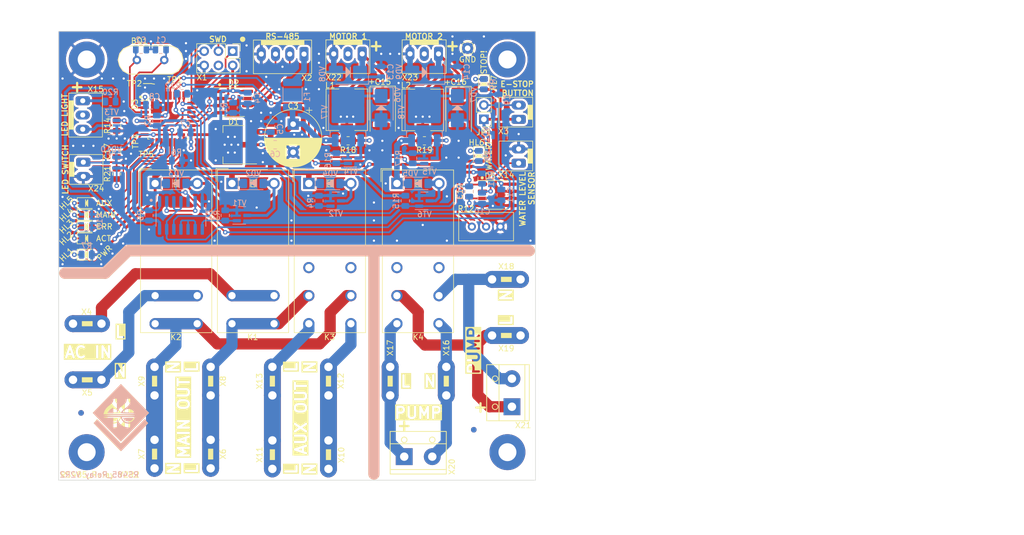
<source format=kicad_pcb>
(kicad_pcb
	(version 20240108)
	(generator "pcbnew")
	(generator_version "8.0")
	(general
		(thickness 1.6)
		(legacy_teardrops no)
	)
	(paper "A4")
	(title_block
		(title "RS485_Relay V2 module")
		(rev "2")
		(company "ООО \"Экросхим\"")
		(comment 1 "Anton Mukhin")
	)
	(layers
		(0 "F.Cu" signal)
		(31 "B.Cu" signal)
		(32 "B.Adhes" user "B.Adhesive")
		(33 "F.Adhes" user "F.Adhesive")
		(34 "B.Paste" user)
		(35 "F.Paste" user)
		(36 "B.SilkS" user "B.Silkscreen")
		(37 "F.SilkS" user "F.Silkscreen")
		(38 "B.Mask" user)
		(39 "F.Mask" user)
		(40 "Dwgs.User" user "User.Drawings")
		(41 "Cmts.User" user "User.Comments")
		(42 "Eco1.User" user "User.Eco1")
		(43 "Eco2.User" user "User.Eco2")
		(44 "Edge.Cuts" user)
		(45 "Margin" user)
		(46 "B.CrtYd" user "B.Courtyard")
		(47 "F.CrtYd" user "F.Courtyard")
		(48 "B.Fab" user)
		(49 "F.Fab" user)
		(50 "User.1" user)
		(51 "User.2" user)
		(52 "User.3" user)
		(53 "User.4" user)
		(54 "User.5" user)
		(55 "User.6" user)
		(56 "User.7" user)
		(57 "User.8" user)
		(58 "User.9" user)
	)
	(setup
		(pad_to_mask_clearance 0)
		(allow_soldermask_bridges_in_footprints no)
		(aux_axis_origin 40 110)
		(grid_origin 40 110)
		(pcbplotparams
			(layerselection 0x00010fc_ffffffff)
			(plot_on_all_layers_selection 0x0000000_00000000)
			(disableapertmacros no)
			(usegerberextensions no)
			(usegerberattributes no)
			(usegerberadvancedattributes no)
			(creategerberjobfile no)
			(dashed_line_dash_ratio 12.000000)
			(dashed_line_gap_ratio 3.000000)
			(svgprecision 4)
			(plotframeref no)
			(viasonmask no)
			(mode 1)
			(useauxorigin yes)
			(hpglpennumber 1)
			(hpglpenspeed 20)
			(hpglpendiameter 15.000000)
			(pdf_front_fp_property_popups yes)
			(pdf_back_fp_property_popups yes)
			(dxfpolygonmode yes)
			(dxfimperialunits yes)
			(dxfusepcbnewfont yes)
			(psnegative no)
			(psa4output no)
			(plotreference yes)
			(plotvalue no)
			(plotfptext yes)
			(plotinvisibletext no)
			(sketchpadsonfab no)
			(subtractmaskfromsilk yes)
			(outputformat 1)
			(mirror no)
			(drillshape 0)
			(scaleselection 1)
			(outputdirectory "gerbers/V2R2/")
		)
	)
	(net 0 "")
	(net 1 "Net-(D3-PF1)")
	(net 2 "Net-(D3-PF0)")
	(net 3 "GND")
	(net 4 "+12V")
	(net 5 "+3V3")
	(net 6 "E_STOP")
	(net 7 "Net-(D5A--)")
	(net 8 "Net-(D5A-+)")
	(net 9 "WATER")
	(net 10 "Net-(VD8-K)")
	(net 11 "Net-(VD9-K)")
	(net 12 "LIGHTS_SW")
	(net 13 "U1_RX")
	(net 14 "TXEN")
	(net 15 "U1_TX")
	(net 16 "Net-(D2-A)")
	(net 17 "Net-(D2-B)")
	(net 18 "RESET")
	(net 19 "Net-(D3-PA2)")
	(net 20 "Net-(D3-PA3)")
	(net 21 "LIGHTS")
	(net 22 "RL_EN")
	(net 23 "LED_AUX")
	(net 24 "LED_MAIN")
	(net 25 "LED_ERR")
	(net 26 "LED_ACT")
	(net 27 "unconnected-(D3-PA12-Pad22)")
	(net 28 "SWDIO")
	(net 29 "SWCLK")
	(net 30 "RL_AUX")
	(net 31 "RL_MAIN_uC")
	(net 32 "MOTOR1")
	(net 33 "MOTOR2")
	(net 34 "Net-(D3-PB6)")
	(net 35 "Net-(D3-PB7)")
	(net 36 "Net-(D4A-B)")
	(net 37 "LED_STOP")
	(net 38 "Net-(D4C-A)")
	(net 39 "RL_MAIN")
	(net 40 "Net-(X2-Pin_1)")
	(net 41 "unconnected-(H1-Pad1)")
	(net 42 "unconnected-(H2-Pad1)")
	(net 43 "unconnected-(H3-Pad1)")
	(net 44 "Net-(HL1-K)")
	(net 45 "Net-(HL2-K)")
	(net 46 "Net-(HL3-K)")
	(net 47 "Net-(HL4-K)")
	(net 48 "Net-(HL5-K)")
	(net 49 "Net-(HL6-K)")
	(net 50 "Net-(HL7-K)")
	(net 51 "/L_IN")
	(net 52 "/L_MAIN")
	(net 53 "Net-(VD2-A)")
	(net 54 "/N_IN")
	(net 55 "/N_MAIN")
	(net 56 "/L_AUX")
	(net 57 "/N_AUX")
	(net 58 "Net-(VD4-A)")
	(net 59 "Net-(X18-Pin_1)")
	(net 60 "Net-(X17-Pin_1)")
	(net 61 "Net-(X19-Pin_1)")
	(net 62 "Net-(X16-Pin_1)")
	(net 63 "Net-(VD5-A)")
	(net 64 "Net-(VD6-K)")
	(net 65 "Net-(VD7-K)")
	(net 66 "Net-(VT4-D)")
	(net 67 "Net-(VT5-D)")
	(net 68 "Net-(X15-Pin_1)")
	(net 69 "Net-(VT3-D)")
	(net 70 "unconnected-(X1-Pin_4-Pad4)")
	(net 71 "unconnected-(X15-Pin_2-Pad2)")
	(net 72 "unconnected-(X22-Pin_2-Pad2)")
	(net 73 "unconnected-(X23-Pin_2-Pad2)")
	(footprint "Package_SO:SOIC-8_3.9x4.9mm_P1.27mm" (layer "F.Cu") (at 71.2 42.599998))
	(footprint "Relay_THT:Relay_SPST_Omron_G2RL-1A-E" (layer "F.Cu") (at 57.2 57.1))
	(footprint "Ecohim:Connector_TAB_6.35mm" (layer "F.Cu") (at 57.1 92.34 90))
	(footprint "Capacitor_SMD:C_0805_2012Metric" (layer "F.Cu") (at 113.175 58.535 90))
	(footprint "LED_SMD:LED_0805_2012Metric" (layer "F.Cu") (at 45.000001 62.7))
	(footprint "Ecohim:TestPoint_Pad_D0.8mm_no_circle" (layer "F.Cu") (at 59.100001 39.6 180))
	(footprint "Ecohim:DS1070-3_WF-3_CONNFLY" (layer "F.Cu") (at 89.034999 34))
	(footprint "LED_SMD:LED_0805_2012Metric" (layer "F.Cu") (at 45 60.600001))
	(footprint "Resistor_SMD:R_0805_2012Metric" (layer "F.Cu") (at 50.3375 55.4 90))
	(footprint "Ecohim:Connector_TAB_6.35mm" (layer "F.Cu") (at 88.1 92.34 90))
	(footprint "LED_SMD:LED_0805_2012Metric" (layer "F.Cu") (at 45.000001 66.9))
	(footprint "Ecohim:THT_pad_2mm_1.3mm_drill" (layer "F.Cu") (at 100.3 72.1))
	(footprint "Capacitor_SMD:C_0805_2012Metric" (layer "F.Cu") (at 50.3375 51.4 90))
	(footprint (layer "F.Cu") (at 107.8 72.1))
	(footprint "Ecohim:Connector_TAB_6.35mm" (layer "F.Cu") (at 78.1 105.44 90))
	(footprint "Ecohim:TestPoint_Pad_D0.8mm_no_circle" (layer "F.Cu") (at 54.7 49.6 180))
	(footprint "Ecohim:Connector_TAB_6.35mm" (layer "F.Cu") (at 88.1 105.44 90))
	(footprint "Ecohim:Connector_TAB_6.35mm" (layer "F.Cu") (at 67.1 92.34 90))
	(footprint "Ecohim:Connector_TAB_6.35mm" (layer "F.Cu") (at 109.1 92.339999 -90))
	(footprint "Ecohim:TerminalBlock_KLS2-301-5.00-02P" (layer "F.Cu") (at 120.8 94.4 90))
	(footprint "Relay_THT:Relay_DPST_Omron_G2RL-2A" (layer "F.Cu") (at 100.3 57.1))
	(footprint "Ecohim:TestPoint_Pad_D0.8mm_no_circle" (layer "F.Cu") (at 57.8 39.6 180))
	(footprint "Connector_PinHeader_2.54mm:PinHeader_2x03_P2.54mm_Vertical" (layer "F.Cu") (at 71.025 33.525 -90))
	(footprint "MountingHole:MountingHole_3.2mm_M3_Pad" (layer "F.Cu") (at 45 105))
	(footprint "LED_SMD:LED_0805_2012Metric" (layer "F.Cu") (at 45 69.8))
	(footprint "Ecohim:Connector_TAB_6.35mm" (layer "F.Cu") (at 119.8 74.2))
	(footprint "Ecohim:Connector_TAB_6.35mm" (layer "F.Cu") (at 78.1 92.34 90))
	(footprint "Package_TO_SOT_SMD:SOT-223-3_TabPin2" (layer "F.Cu") (at 71.2 50.2 180))
	(footprint "Resistor_SMD:R_0805_2012Metric" (layer "F.Cu") (at 105.2 49.500001 180))
	(footprint "MountingHole:MountingHole_3.2mm_M3_Pad" (layer "F.Cu") (at 120 105))
	(footprint "Resistor_SMD:R_0805_2012Metric" (layer "F.Cu") (at 91.6 49.5 180))
	(footprint "MountingHole:MountingHole_3.2mm_M3_Pad" (layer "F.Cu") (at 45 35))
	(footprint "Ecohim:TestPoint_Pad_D0.8mm_no_circle" (layer "F.Cu") (at 55.5 50.6 180))
	(footprint "Ecohim:TerminalBlock_KLS2-301-5.00-02P" (layer "F.Cu") (at 104.1 105.8))
	(footprint "Ecohim:Connector_TAB_6.35mm" (layer "F.Cu") (at 57.1 105.34 90))
	(footprint "LED_SMD:LED_0805_2012Metric" (layer "F.Cu") (at 115.8 39.4 -90))
	(footprint "Ecohim:Ecohim-logo_10x12mm" (layer "F.Cu") (at 51.1 98.8))
	(footprint "LED_SMD:LED_0805_2012Metric" (layer "F.Cu") (at 45 64.8))
	(footprint "Potentiometer_THT:Potentiometer_Bourns_3296W_Vertical" (layer "F.Cu") (at 113.66 64.8 180))
	(footprint "Ecohim:DS1070-3_WF-3_CONNFLY" (layer "F.Cu") (at 102.635001 34))
	(footprint "TestPoint:TestPoint_THTPad_D2.0mm_Drill1.0mm" (layer "F.Cu") (at 112.9 33 180))
	(footprint "Ecohim:L_7.3x7.3_H4.5" (layer "F.Cu") (at 91.375 43.965 90))
	(footprint "Fiducial:Fiducial_1mm_Mask3mm" (layer "F.Cu") (at 44 98))
	(footprint "Ecohim:Connector_TAB_6.35mm" (layer "F.Cu") (at 99.1 92.34 -90))
	(footprint "Relay_THT:Relay_DPST_Omron_G2RL-2A" (layer "F.Cu") (at 84.6 57.1))
	(footprint "Capacitor_Tantalum_SMD:CP_EIA-7343-31_Kemet-D" (layer "F.Cu") (at 111.3 44.2 -90))
	(footprint "Ecohim:DS1070-2_WF-2_CONNFLY" (layer "F.Cu") (at 122 50.95 -90))
	(footprint "Capacitor_Tantalum_SMD:CP_EIA-7343-31_Kemet-D" (layer "F.Cu") (at 97.775 44.165 -90))
	(footprint (layer "F.Cu") (at 92.1 72.1))
	(footprint "MountingHole:MountingHole_3.2mm_M3_Pad"
		(layer "F.Cu")
		(uuid "b81229d7-adee-4380-84b4-abbb6b7f5812")
		(at 120 35)
		(descr "Mounting Hole 3.2mm, M3")
		(tags "mounting hole 3.2mm m3")
		(property "Reference" "H2"
			(at 0 -4.2 0)
			(layer "F.SilkS")
			(hide yes)
			(uuid "97f816ae-72c6-4954-bde3-0e2539ad1d45")
			(effects
				(font
					(size 1 1)
					(thickness 0.15)
				)
			)
		)
		(property "Value" "M3"
			(at 0 4.2 0)
			(layer "F.Fab")
			(hide yes)
			(uuid "2b7fb973-375a-4c65-bd11-ed5eeaf43323")
			(effects
				(font
					(size 1 1)
					(thickness 0.15)
				)
			)
		)
		(property "Footprint" "MountingHole:MountingHole_3.2mm_M3_Pad"
			(at 0 0 0)
			(unlocked yes)
			(layer "F.Fab")
			(hide yes)
			(uuid "3be2ddff-850c-485a-beeb-0b1ff44691da")
			(effects
				(font
					(size 1.27 1.27)
					(thickness 0.15)
				)
			)
		)
		(property "Datasheet" ""
			(at 0 0 0)
			(unlocked yes)
			(layer "F.Fab")
			(hide yes)
			(uuid "9216abe8-1725-44b3-a73c-e816007ee747")
			(effects
				(font
					(size 1.27 1.27)
					(thickness 0.15)
				)
			)
		)
		(property "Description" ""
			(at 0 0 0)
			(unlocked yes)
			(layer "F.Fab")
			(hide yes)
			(uuid "8dad016d-5a15-4397-a72c-37e83195b009")
			(effects
				(font
					(size 1.27 1.27)
					(thickness 0.15)
				)
			)
		)
		(property ki_fp_filters "MountingHole*Pad*")
		(path "/b551753e-2814-46b8-b7ee-f6d6a75fb672")
		(sheetname "Root")
		(sheetfile "RS485_Relay_V2R2.kicad_sch")
		(attr exclude_from_pos_files exclude_from_bom)
		(fp_circle
			(center 0 0)
			(end 3.2 0)
			(stroke
				(width 0.15)
				(type solid)
			)
			(fill none)
			(layer "Cmts.User")
			(uuid "88c42ccc-c02b-4343-9607-7eb60d73c9f5")
		)
		(fp_circle
			(center 0 0)
			(end 3.45 0)
			(stroke
				(width 0.05)
				(type solid)
			)
			(fill none)
			(layer "F.CrtYd")
			(uuid "55a4d561-a27a-4c7d-a806-713beb917035")
		)
		(fp_text user "${REFERENCE}"
			(at 0 
... [907934 chars truncated]
</source>
